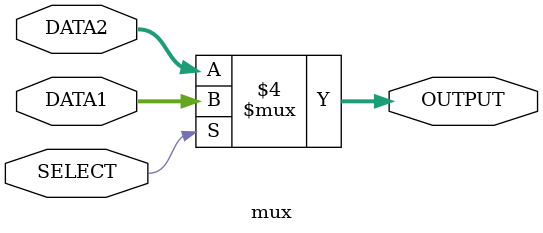
<source format=v>
module mux(DATA1, DATA2, SELECT, OUTPUT);
    input [7:0] DATA1, DATA2;
    input SELECT;
    output reg [7:0] OUTPUT;

    always @(DATA1,DATA2,SELECT) 
    begin
        if (SELECT == 1'b1)
            OUTPUT = DATA1;
        else
            OUTPUT = DATA2;
    end
endmodule

</source>
